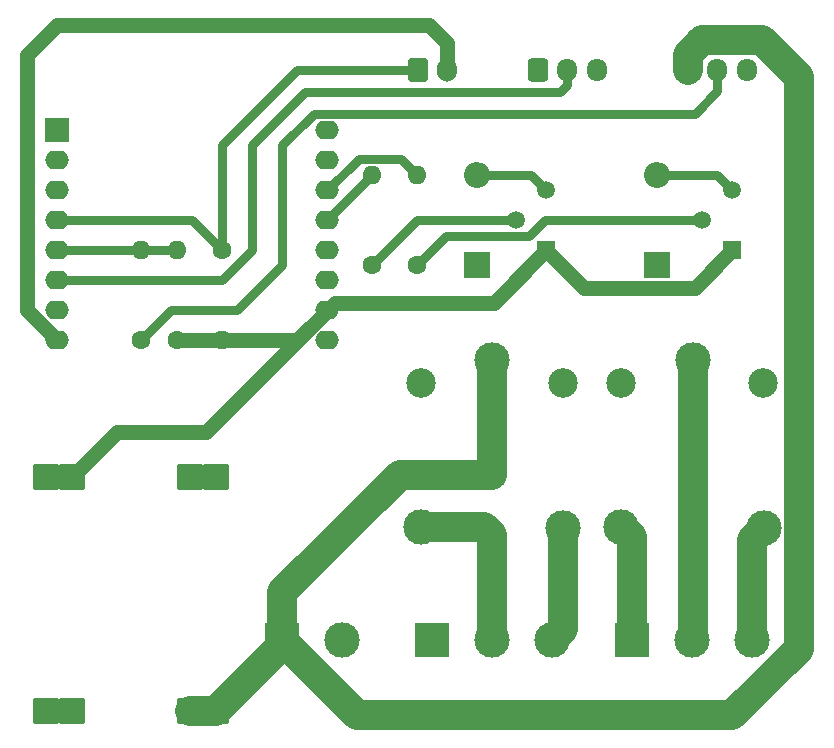
<source format=gtl>
%TF.GenerationSoftware,KiCad,Pcbnew,7.0.10*%
%TF.CreationDate,2024-02-08T08:12:44+01:00*%
%TF.ProjectId,door_relay_sensor,646f6f72-5f72-4656-9c61-795f73656e73,rev?*%
%TF.SameCoordinates,Original*%
%TF.FileFunction,Copper,L1,Top*%
%TF.FilePolarity,Positive*%
%FSLAX46Y46*%
G04 Gerber Fmt 4.6, Leading zero omitted, Abs format (unit mm)*
G04 Created by KiCad (PCBNEW 7.0.10) date 2024-02-08 08:12:44*
%MOMM*%
%LPD*%
G01*
G04 APERTURE LIST*
G04 Aperture macros list*
%AMRoundRect*
0 Rectangle with rounded corners*
0 $1 Rounding radius*
0 $2 $3 $4 $5 $6 $7 $8 $9 X,Y pos of 4 corners*
0 Add a 4 corners polygon primitive as box body*
4,1,4,$2,$3,$4,$5,$6,$7,$8,$9,$2,$3,0*
0 Add four circle primitives for the rounded corners*
1,1,$1+$1,$2,$3*
1,1,$1+$1,$4,$5*
1,1,$1+$1,$6,$7*
1,1,$1+$1,$8,$9*
0 Add four rect primitives between the rounded corners*
20,1,$1+$1,$2,$3,$4,$5,0*
20,1,$1+$1,$4,$5,$6,$7,0*
20,1,$1+$1,$6,$7,$8,$9,0*
20,1,$1+$1,$8,$9,$2,$3,0*%
G04 Aperture macros list end*
%TA.AperFunction,ComponentPad*%
%ADD10R,3.000000X3.000000*%
%TD*%
%TA.AperFunction,ComponentPad*%
%ADD11C,3.000000*%
%TD*%
%TA.AperFunction,ComponentPad*%
%ADD12R,2.200000X2.200000*%
%TD*%
%TA.AperFunction,ComponentPad*%
%ADD13O,2.200000X2.200000*%
%TD*%
%TA.AperFunction,ComponentPad*%
%ADD14RoundRect,0.250000X-0.600000X-0.750000X0.600000X-0.750000X0.600000X0.750000X-0.600000X0.750000X0*%
%TD*%
%TA.AperFunction,ComponentPad*%
%ADD15O,1.700000X2.000000*%
%TD*%
%TA.AperFunction,ComponentPad*%
%ADD16R,1.500000X1.500000*%
%TD*%
%TA.AperFunction,ComponentPad*%
%ADD17C,1.500000*%
%TD*%
%TA.AperFunction,ComponentPad*%
%ADD18C,1.600000*%
%TD*%
%TA.AperFunction,ComponentPad*%
%ADD19O,1.600000X1.600000*%
%TD*%
%TA.AperFunction,ComponentPad*%
%ADD20RoundRect,0.200000X-0.900000X0.900000X-0.900000X-0.900000X0.900000X-0.900000X0.900000X0.900000X0*%
%TD*%
%TA.AperFunction,ComponentPad*%
%ADD21C,2.500000*%
%TD*%
%TA.AperFunction,ComponentPad*%
%ADD22RoundRect,0.250000X-0.600000X-0.725000X0.600000X-0.725000X0.600000X0.725000X-0.600000X0.725000X0*%
%TD*%
%TA.AperFunction,ComponentPad*%
%ADD23O,1.700000X1.950000*%
%TD*%
%TA.AperFunction,ComponentPad*%
%ADD24O,2.000000X1.600000*%
%TD*%
%TA.AperFunction,ComponentPad*%
%ADD25R,2.000000X2.000000*%
%TD*%
%TA.AperFunction,Conductor*%
%ADD26C,0.800000*%
%TD*%
%TA.AperFunction,Conductor*%
%ADD27C,2.540000*%
%TD*%
%TA.AperFunction,Conductor*%
%ADD28C,1.270000*%
%TD*%
%TA.AperFunction,Conductor*%
%ADD29C,0.508000*%
%TD*%
G04 APERTURE END LIST*
D10*
%TO.P,DoorRelay1,1,Pin_1*%
%TO.N,GND*%
X86360000Y-78740000D03*
D11*
%TO.P,DoorRelay1,2,Pin_2*%
%TO.N,/Relay1_NO*%
X91440000Y-78740000D03*
%TO.P,DoorRelay1,3,Pin_3*%
%TO.N,/Relay1_NC*%
X96520000Y-78740000D03*
%TD*%
D12*
%TO.P,D1,1,K*%
%TO.N,+5V*%
X90170000Y-46990000D03*
D13*
%TO.P,D1,2,A*%
%TO.N,Net-(D1-A)*%
X90170000Y-39370000D03*
%TD*%
D14*
%TO.P,DoorSensor1,1,Pin_1*%
%TO.N,/Door_Sensor*%
X85130000Y-30480000D03*
D15*
%TO.P,DoorSensor1,2,Pin_2*%
%TO.N,+3.3V*%
X87630000Y-30480000D03*
%TD*%
D16*
%TO.P,Q1,1,E*%
%TO.N,GND*%
X96020000Y-45720000D03*
D17*
%TO.P,Q1,2,B*%
%TO.N,Net-(Q1-B)*%
X93480000Y-43180000D03*
%TO.P,Q1,3,C*%
%TO.N,Net-(D1-A)*%
X96020000Y-40640000D03*
%TD*%
D18*
%TO.P,R2,1*%
%TO.N,Net-(Q2-B)*%
X85090000Y-46990000D03*
D19*
%TO.P,R2,2*%
%TO.N,/Relay2*%
X85090000Y-39370000D03*
%TD*%
D10*
%TO.P,Relay1,1,Pin_1*%
%TO.N,/R2_NO*%
X103230206Y-78740000D03*
D11*
%TO.P,Relay1,2,Pin_2*%
%TO.N,/R2_COM*%
X108310206Y-78740000D03*
%TO.P,Relay1,3,Pin_3*%
%TO.N,/R2_NC*%
X113390206Y-78740000D03*
%TD*%
D20*
%TO.P,U2,1,-IN*%
%TO.N,GND*%
X55860000Y-84730000D03*
X53660000Y-84730000D03*
%TO.P,U2,2,+IN*%
%TO.N,+12V*%
X68060000Y-84730000D03*
X65860000Y-84730000D03*
%TO.P,U2,3,OUT-*%
%TO.N,GND*%
X55860000Y-64930000D03*
X53660000Y-64930000D03*
%TO.P,U2,4,OUT+*%
%TO.N,+5V*%
X68060000Y-64930000D03*
X65860000Y-64930000D03*
%TD*%
D11*
%TO.P,K2,1*%
%TO.N,/R2_COM*%
X108416818Y-55009562D03*
D21*
%TO.P,K2,2*%
%TO.N,+5V*%
X102366818Y-56959562D03*
D11*
%TO.P,K2,3*%
%TO.N,/R2_NO*%
X102366818Y-69159562D03*
%TO.P,K2,4*%
%TO.N,/R2_NC*%
X114416818Y-69209562D03*
D21*
%TO.P,K2,5*%
%TO.N,Net-(D2-A)*%
X114366818Y-56959562D03*
%TD*%
D10*
%TO.P,PowerIn1,1,Pin_1*%
%TO.N,+12V*%
X73660000Y-78740000D03*
D11*
%TO.P,PowerIn1,2,Pin_2*%
%TO.N,GND*%
X78740000Y-78740000D03*
%TD*%
%TO.P,K1,1*%
%TO.N,+12V*%
X91440000Y-55000000D03*
D21*
%TO.P,K1,2*%
%TO.N,+5V*%
X85390000Y-56950000D03*
D11*
%TO.P,K1,3*%
%TO.N,/Relay1_NO*%
X85390000Y-69150000D03*
%TO.P,K1,4*%
%TO.N,/Relay1_NC*%
X97440000Y-69200000D03*
D21*
%TO.P,K1,5*%
%TO.N,Net-(D1-A)*%
X97390000Y-56950000D03*
%TD*%
D18*
%TO.P,R3,1*%
%TO.N,Net-(MotionSensor1-Pin_2)*%
X61705783Y-53349927D03*
D19*
%TO.P,R3,2*%
%TO.N,/Motion_Sensor*%
X61705783Y-45729927D03*
%TD*%
D12*
%TO.P,D2,1,K*%
%TO.N,+5V*%
X105410000Y-46990000D03*
D13*
%TO.P,D2,2,A*%
%TO.N,Net-(D2-A)*%
X105410000Y-39370000D03*
%TD*%
D22*
%TO.P,MotionSensor1,1,Pin_1*%
%TO.N,+12V*%
X107990000Y-30480000D03*
D23*
%TO.P,MotionSensor1,2,Pin_2*%
%TO.N,Net-(MotionSensor1-Pin_2)*%
X110490000Y-30480000D03*
%TO.P,MotionSensor1,3,Pin_3*%
%TO.N,GND*%
X112990000Y-30480000D03*
%TD*%
D18*
%TO.P,R1,1*%
%TO.N,Net-(Q1-B)*%
X81280000Y-46990000D03*
D19*
%TO.P,R1,2*%
%TO.N,/Relay1*%
X81280000Y-39370000D03*
%TD*%
D16*
%TO.P,Q2,1,E*%
%TO.N,GND*%
X111760000Y-45720000D03*
D17*
%TO.P,Q2,2,B*%
%TO.N,Net-(Q2-B)*%
X109220000Y-43180000D03*
%TO.P,Q2,3,C*%
%TO.N,Net-(D2-A)*%
X111760000Y-40640000D03*
%TD*%
D18*
%TO.P,R5,1*%
%TO.N,/Door_Sensor*%
X68580000Y-45720000D03*
D19*
%TO.P,R5,2*%
%TO.N,GND*%
X68580000Y-53340000D03*
%TD*%
D24*
%TO.P,U1,16,TX*%
%TO.N,unconnected-(U1-TX-Pad16)*%
X77470000Y-35560000D03*
%TO.P,U1,15,RX*%
%TO.N,unconnected-(U1-RX-Pad15)*%
X77470000Y-38100000D03*
%TO.P,U1,14,SCL/D1*%
%TO.N,/Relay2*%
X77470000Y-40640000D03*
%TO.P,U1,13,SDA/D2*%
%TO.N,/Relay1*%
X77470000Y-43180000D03*
%TO.P,U1,12,D3*%
%TO.N,unconnected-(U1-D3-Pad12)*%
X77470000Y-45720000D03*
%TO.P,U1,11,D4*%
%TO.N,unconnected-(U1-D4-Pad11)*%
X77470000Y-48260000D03*
%TO.P,U1,10,GND*%
%TO.N,GND*%
X77470000Y-50800000D03*
%TO.P,U1,9,5V*%
%TO.N,+5V*%
X77470000Y-53340000D03*
%TO.P,U1,8,3V3*%
%TO.N,+3.3V*%
X54610000Y-53340000D03*
%TO.P,U1,7,CS/D8*%
%TO.N,unconnected-(U1-CS{slash}D8-Pad7)*%
X54610000Y-50800000D03*
%TO.P,U1,6,MOSI/D7*%
%TO.N,/Temp_Sensor*%
X54610000Y-48260000D03*
%TO.P,U1,5,MISO/D6*%
%TO.N,/Motion_Sensor*%
X54610000Y-45720000D03*
%TO.P,U1,4,SCK/D5*%
%TO.N,/Door_Sensor*%
X54610000Y-43180000D03*
%TO.P,U1,3,D0*%
%TO.N,unconnected-(U1-D0-Pad3)*%
X54610000Y-40640000D03*
%TO.P,U1,2,A0*%
%TO.N,unconnected-(U1-A0-Pad2)*%
X54610000Y-38100000D03*
D25*
%TO.P,U1,1,~{RST}*%
%TO.N,unconnected-(U1-~{RST}-Pad1)*%
X54610000Y-35560000D03*
%TD*%
D18*
%TO.P,R4,1*%
%TO.N,GND*%
X64770000Y-53340000D03*
D19*
%TO.P,R4,2*%
%TO.N,/Motion_Sensor*%
X64770000Y-45720000D03*
%TD*%
D22*
%TO.P,TempSensor1,1,Pin_1*%
%TO.N,+5V*%
X95290000Y-30480000D03*
D23*
%TO.P,TempSensor1,2,Pin_2*%
%TO.N,/Temp_Sensor*%
X97790000Y-30480000D03*
%TO.P,TempSensor1,3,Pin_3*%
%TO.N,GND*%
X100290000Y-30480000D03*
%TD*%
D26*
%TO.N,Net-(MotionSensor1-Pin_2)*%
X69850000Y-50800000D02*
X64255710Y-50800000D01*
X64255710Y-50800000D02*
X61705783Y-53349927D01*
X110490000Y-30480000D02*
X110490000Y-32255000D01*
X110490000Y-32255000D02*
X108585000Y-34160000D01*
X108585000Y-34160000D02*
X76330000Y-34160000D01*
X73660000Y-46990000D02*
X69850000Y-50800000D01*
X76330000Y-34160000D02*
X73660000Y-36830000D01*
X73660000Y-36830000D02*
X73660000Y-46990000D01*
D27*
%TO.N,/Relay1_NC*%
X97440000Y-77820000D02*
X96520000Y-78740000D01*
X97440000Y-69200000D02*
X97440000Y-77820000D01*
%TO.N,/Relay1_NO*%
X90740000Y-69150000D02*
X91440000Y-69850000D01*
X85390000Y-69150000D02*
X90740000Y-69150000D01*
X91440000Y-69850000D02*
X91440000Y-78740000D01*
%TO.N,/R2_NC*%
X113390206Y-78740000D02*
X113390206Y-70239286D01*
X113390206Y-70239286D02*
X114429492Y-69200000D01*
%TO.N,/R2_COM*%
X108429492Y-78659749D02*
X108429414Y-78659827D01*
X108429492Y-55000000D02*
X108429492Y-78659749D01*
%TO.N,/R2_NO*%
X103230206Y-70000714D02*
X102379492Y-69150000D01*
X103230206Y-78740000D02*
X103230206Y-70000714D01*
%TO.N,+12V*%
X114300000Y-27940000D02*
X109220000Y-27940000D01*
X83590000Y-64770000D02*
X91440000Y-64770000D01*
X117399492Y-31039492D02*
X114300000Y-27940000D01*
X117399492Y-79450508D02*
X117399492Y-31039492D01*
X80010000Y-85090000D02*
X111760000Y-85090000D01*
X107990000Y-29170000D02*
X107990000Y-30480000D01*
X73660000Y-78740000D02*
X73660000Y-79130000D01*
X91440000Y-64770000D02*
X91440000Y-55000000D01*
X73660000Y-79130000D02*
X68060000Y-84730000D01*
X73660000Y-74700000D02*
X83590000Y-64770000D01*
X111760000Y-85090000D02*
X117399492Y-79450508D01*
X68060000Y-84730000D02*
X65860000Y-84730000D01*
X73660000Y-78740000D02*
X80010000Y-85090000D01*
X73660000Y-78740000D02*
X73660000Y-74700000D01*
X109220000Y-27940000D02*
X107990000Y-29170000D01*
D28*
%TO.N,GND*%
X96020000Y-45720000D02*
X99225000Y-48925000D01*
X99225000Y-48925000D02*
X108555000Y-48925000D01*
X77470000Y-50800000D02*
X78106356Y-50163644D01*
X76835000Y-51435000D02*
X74930000Y-53340000D01*
X91576356Y-50163644D02*
X96020000Y-45720000D01*
X74930000Y-53340000D02*
X68580000Y-53340000D01*
X59690000Y-61100000D02*
X55860000Y-64930000D01*
X67170000Y-61100000D02*
X76835000Y-51435000D01*
X77470000Y-50800000D02*
X76835000Y-51435000D01*
X78106356Y-50163644D02*
X91576356Y-50163644D01*
X68580000Y-53340000D02*
X64770000Y-53340000D01*
X108555000Y-48925000D02*
X111760000Y-45720000D01*
X59690000Y-61100000D02*
X67170000Y-61100000D01*
D26*
%TO.N,/Door_Sensor*%
X66040000Y-43180000D02*
X68580000Y-45720000D01*
X54610000Y-43180000D02*
X66040000Y-43180000D01*
X68580000Y-36830000D02*
X74930000Y-30480000D01*
X74930000Y-30480000D02*
X85130000Y-30480000D01*
X68580000Y-45720000D02*
X68580000Y-36830000D01*
D29*
%TO.N,+5V*%
X85090000Y-56650000D02*
X85390000Y-56950000D01*
D26*
%TO.N,/Temp_Sensor*%
X54610000Y-48260000D02*
X68580000Y-48260000D01*
X75591650Y-32358350D02*
X97181650Y-32358350D01*
X68580000Y-48260000D02*
X71120000Y-45720000D01*
X71120000Y-45720000D02*
X71120000Y-36830000D01*
X97181650Y-32358350D02*
X97790000Y-31750000D01*
X71120000Y-36830000D02*
X75591650Y-32358350D01*
X97790000Y-31750000D02*
X97790000Y-30480000D01*
%TO.N,/Relay1*%
X77470000Y-43180000D02*
X81280000Y-39370000D01*
%TO.N,/Relay2*%
X80140000Y-37970000D02*
X83690000Y-37970000D01*
X83690000Y-37970000D02*
X85090000Y-39370000D01*
X77470000Y-40640000D02*
X80140000Y-37970000D01*
D28*
%TO.N,+3.3V*%
X87630000Y-28210000D02*
X87630000Y-30480000D01*
X52070000Y-29210000D02*
X54610000Y-26670000D01*
X54610000Y-53340000D02*
X52070000Y-50800000D01*
X54610000Y-26670000D02*
X86090000Y-26670000D01*
X52070000Y-50800000D02*
X52070000Y-29210000D01*
X86090000Y-26670000D02*
X87630000Y-28210000D01*
D26*
%TO.N,/Motion_Sensor*%
X62230000Y-45720000D02*
X54610000Y-45720000D01*
X64770000Y-45720000D02*
X62230000Y-45720000D01*
D29*
%TO.N,Net-(D1-A)*%
X97790000Y-56550000D02*
X97390000Y-56950000D01*
D26*
X90170000Y-39370000D02*
X94750000Y-39370000D01*
X94750000Y-39370000D02*
X96020000Y-40640000D01*
%TO.N,Net-(Q1-B)*%
X85090000Y-43180000D02*
X93480000Y-43180000D01*
X81280000Y-46990000D02*
X85090000Y-43180000D01*
%TO.N,Net-(D2-A)*%
X105410000Y-39370000D02*
X110490000Y-39370000D01*
X110490000Y-39370000D02*
X111760000Y-40640000D01*
%TO.N,Net-(Q2-B)*%
X85090000Y-46990000D02*
X87550000Y-44530000D01*
X87550000Y-44530000D02*
X94510000Y-44530000D01*
X94510000Y-44530000D02*
X95860000Y-43180000D01*
X95860000Y-43180000D02*
X109220000Y-43180000D01*
%TD*%
M02*

</source>
